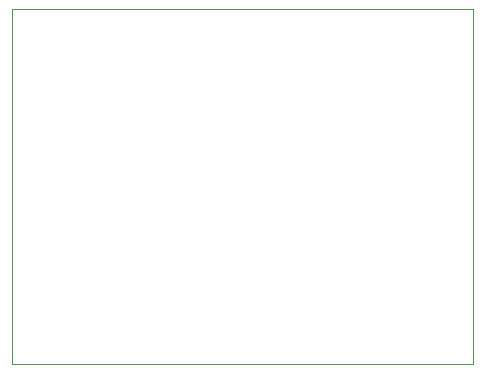
<source format=gm1>
G04 #@! TF.FileFunction,Profile,NP*
%FSLAX46Y46*%
G04 Gerber Fmt 4.6, Leading zero omitted, Abs format (unit mm)*
G04 Created by KiCad (PCBNEW (2016-08-20 BZR 7083)-product) date Sun Jan  1 23:07:31 2017*
%MOMM*%
%LPD*%
G01*
G04 APERTURE LIST*
%ADD10C,0.100000*%
G04 APERTURE END LIST*
D10*
X39000000Y0D02*
X0Y0D01*
X39000000Y30000000D02*
X39000000Y0D01*
X0Y30000000D02*
X39000000Y30000000D01*
X0Y0D02*
X0Y30000000D01*
M02*

</source>
